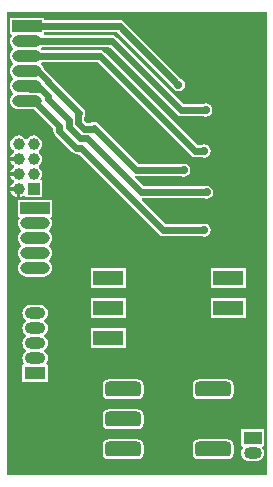
<source format=gtl>
G04 Layer_Physical_Order=1*
G04 Layer_Color=255*
%FSLAX25Y25*%
%MOIN*%
G70*
G01*
G75*
%ADD10C,0.02362*%
%ADD11R,0.09843X0.03937*%
%ADD12O,0.09843X0.03937*%
%ADD13R,0.10000X0.05000*%
G04:AMPARAMS|DCode=14|XSize=120mil|YSize=50mil|CornerRadius=12.5mil|HoleSize=0mil|Usage=FLASHONLY|Rotation=180.000|XOffset=0mil|YOffset=0mil|HoleType=Round|Shape=RoundedRectangle|*
%AMROUNDEDRECTD14*
21,1,0.12000,0.02500,0,0,180.0*
21,1,0.09500,0.05000,0,0,180.0*
1,1,0.02500,-0.04750,0.01250*
1,1,0.02500,0.04750,0.01250*
1,1,0.02500,0.04750,-0.01250*
1,1,0.02500,-0.04750,-0.01250*
%
%ADD14ROUNDEDRECTD14*%
%ADD15R,0.06000X0.03937*%
%ADD16O,0.06000X0.04000*%
%ADD17O,0.09843X0.03937*%
%ADD18R,0.09843X0.03937*%
%ADD19O,0.06890X0.03937*%
%ADD20R,0.06890X0.03937*%
%ADD21R,0.03937X0.03937*%
%ADD22C,0.03937*%
%ADD23C,0.02756*%
%ADD24C,0.05000*%
G36*
X249806Y89330D02*
X249452Y88976D01*
X162992D01*
X162992Y88977D01*
Y243504D01*
X249806D01*
Y89330D01*
D02*
G37*
%LPC*%
G36*
X206601Y120967D02*
X197101D01*
X196306Y120809D01*
X195632Y120359D01*
X195182Y119685D01*
X195024Y118890D01*
Y116390D01*
X195182Y115595D01*
X195632Y114921D01*
X196306Y114471D01*
X197101Y114313D01*
X206601D01*
X207396Y114471D01*
X208070Y114921D01*
X208520Y115595D01*
X208678Y116390D01*
Y118890D01*
X208520Y119685D01*
X208070Y120359D01*
X207396Y120809D01*
X206601Y120967D01*
D02*
G37*
G36*
X236601D02*
X227101D01*
X226306Y120809D01*
X225632Y120359D01*
X225182Y119685D01*
X225024Y118890D01*
Y116390D01*
X225182Y115595D01*
X225632Y114921D01*
X226306Y114471D01*
X227101Y114313D01*
X236601D01*
X237396Y114471D01*
X238070Y114921D01*
X238520Y115595D01*
X238678Y116390D01*
Y118890D01*
X238520Y119685D01*
X238070Y120359D01*
X237396Y120809D01*
X236601Y120967D01*
D02*
G37*
G36*
X173969Y145803D02*
X171016D01*
X170296Y145709D01*
X169626Y145431D01*
X169050Y144989D01*
X168608Y144413D01*
X168331Y143743D01*
X168236Y143024D01*
X168331Y142304D01*
X168608Y141634D01*
X169050Y141058D01*
X169343Y140833D01*
Y140214D01*
X169050Y139989D01*
X168608Y139413D01*
X168331Y138743D01*
X168236Y138024D01*
X168331Y137304D01*
X168608Y136634D01*
X169050Y136058D01*
X169343Y135833D01*
Y135214D01*
X169050Y134989D01*
X168608Y134413D01*
X168331Y133743D01*
X168236Y133024D01*
X168331Y132304D01*
X168608Y131634D01*
X169050Y131058D01*
X169343Y130833D01*
Y130214D01*
X169050Y129989D01*
X168608Y129413D01*
X168331Y128743D01*
X168236Y128024D01*
X168331Y127304D01*
X168608Y126634D01*
X168880Y126279D01*
X168634Y125779D01*
X168260D01*
Y120268D01*
X176725D01*
Y125779D01*
X176351D01*
X176104Y126279D01*
X176376Y126634D01*
X176654Y127304D01*
X176748Y128024D01*
X176654Y128743D01*
X176376Y129413D01*
X175934Y129989D01*
X175641Y130214D01*
Y130833D01*
X175934Y131058D01*
X176376Y131634D01*
X176654Y132304D01*
X176748Y133024D01*
X176654Y133743D01*
X176376Y134413D01*
X175934Y134989D01*
X175641Y135214D01*
Y135833D01*
X175934Y136058D01*
X176376Y136634D01*
X176654Y137304D01*
X176748Y138024D01*
X176654Y138743D01*
X176376Y139413D01*
X175934Y139989D01*
X175641Y140214D01*
Y140833D01*
X175934Y141058D01*
X176376Y141634D01*
X176654Y142304D01*
X176748Y143024D01*
X176654Y143743D01*
X176376Y144413D01*
X175934Y144989D01*
X175358Y145431D01*
X174688Y145709D01*
X173969Y145803D01*
D02*
G37*
G36*
X206601Y110967D02*
X197101D01*
X196306Y110809D01*
X195632Y110359D01*
X195182Y109685D01*
X195024Y108890D01*
Y106390D01*
X195182Y105595D01*
X195632Y104921D01*
X196306Y104471D01*
X197101Y104313D01*
X206601D01*
X207396Y104471D01*
X208070Y104921D01*
X208520Y105595D01*
X208678Y106390D01*
Y108890D01*
X208520Y109685D01*
X208070Y110359D01*
X207396Y110809D01*
X206601Y110967D01*
D02*
G37*
G36*
X248780Y104279D02*
X241205D01*
Y98768D01*
X241570D01*
X241817Y98268D01*
X241557Y97929D01*
X241277Y97251D01*
X241181Y96524D01*
X241277Y95796D01*
X241557Y95118D01*
X242004Y94536D01*
X242586Y94089D01*
X243265Y93808D01*
X243992Y93712D01*
X245992D01*
X246720Y93808D01*
X247398Y94089D01*
X247980Y94536D01*
X248427Y95118D01*
X248708Y95796D01*
X248804Y96524D01*
X248708Y97251D01*
X248427Y97929D01*
X248167Y98268D01*
X248414Y98768D01*
X248780D01*
Y104279D01*
D02*
G37*
G36*
X206601Y100967D02*
X197101D01*
X196306Y100809D01*
X195632Y100359D01*
X195182Y99685D01*
X195024Y98890D01*
Y96390D01*
X195182Y95595D01*
X195632Y94921D01*
X196306Y94471D01*
X197101Y94313D01*
X206601D01*
X207396Y94471D01*
X208070Y94921D01*
X208520Y95595D01*
X208678Y96390D01*
Y98890D01*
X208520Y99685D01*
X208070Y100359D01*
X207396Y100809D01*
X206601Y100967D01*
D02*
G37*
G36*
X236601D02*
X227101D01*
X226306Y100809D01*
X225632Y100359D01*
X225182Y99685D01*
X225024Y98890D01*
Y96390D01*
X225182Y95595D01*
X225632Y94921D01*
X226306Y94471D01*
X227101Y94313D01*
X236601D01*
X237396Y94471D01*
X238070Y94921D01*
X238520Y95595D01*
X238678Y96390D01*
Y98890D01*
X238520Y99685D01*
X238070Y100359D01*
X237396Y100809D01*
X236601Y100967D01*
D02*
G37*
G36*
X202746Y137966D02*
X191171D01*
Y131392D01*
X202746D01*
Y137966D01*
D02*
G37*
G36*
X166402Y183933D02*
X164290D01*
X164307Y183804D01*
X164585Y183134D01*
X165027Y182558D01*
X165602Y182116D01*
X166273Y181839D01*
X166402Y181822D01*
Y183933D01*
D02*
G37*
G36*
X178201Y180780D02*
X166783D01*
Y175268D01*
X167157D01*
X167404Y174768D01*
X167132Y174413D01*
X166855Y173743D01*
X166760Y173024D01*
X166855Y172304D01*
X167132Y171634D01*
X167574Y171058D01*
X167867Y170833D01*
Y170214D01*
X167574Y169989D01*
X167132Y169413D01*
X166855Y168743D01*
X166760Y168024D01*
X166855Y167304D01*
X167132Y166634D01*
X167574Y166058D01*
X167867Y165833D01*
Y165214D01*
X167574Y164989D01*
X167132Y164413D01*
X166855Y163743D01*
X166760Y163024D01*
X166855Y162304D01*
X167132Y161634D01*
X167574Y161058D01*
X167867Y160833D01*
Y160214D01*
X167574Y159989D01*
X167132Y159413D01*
X166855Y158743D01*
X166760Y158024D01*
X166855Y157304D01*
X167132Y156634D01*
X167574Y156058D01*
X168150Y155616D01*
X168820Y155339D01*
X169539Y155244D01*
X175445D01*
X176164Y155339D01*
X176835Y155616D01*
X177410Y156058D01*
X177852Y156634D01*
X178130Y157304D01*
X178225Y158024D01*
X178130Y158743D01*
X177852Y159413D01*
X177410Y159989D01*
X177118Y160214D01*
Y160833D01*
X177410Y161058D01*
X177852Y161634D01*
X178130Y162304D01*
X178225Y163024D01*
X178130Y163743D01*
X177852Y164413D01*
X177410Y164989D01*
X177118Y165214D01*
Y165833D01*
X177410Y166058D01*
X177852Y166634D01*
X178130Y167304D01*
X178225Y168024D01*
X178130Y168743D01*
X177852Y169413D01*
X177410Y169989D01*
X177118Y170214D01*
Y170833D01*
X177410Y171058D01*
X177852Y171634D01*
X178130Y172304D01*
X178225Y173024D01*
X178130Y173743D01*
X177852Y174413D01*
X177580Y174768D01*
X177827Y175268D01*
X178201D01*
Y180780D01*
D02*
G37*
G36*
X175517Y241553D02*
X164100D01*
Y236041D01*
X164474D01*
X164720Y235542D01*
X164449Y235187D01*
X164171Y234517D01*
X164076Y233797D01*
X164171Y233078D01*
X164449Y232408D01*
X164890Y231832D01*
X165183Y231607D01*
Y230988D01*
X164890Y230763D01*
X164449Y230187D01*
X164171Y229517D01*
X164076Y228797D01*
X164171Y228078D01*
X164449Y227408D01*
X164890Y226832D01*
X165183Y226607D01*
Y225988D01*
X164890Y225763D01*
X164449Y225187D01*
X164171Y224517D01*
X164076Y223797D01*
X164171Y223078D01*
X164449Y222408D01*
X164890Y221832D01*
X165183Y221607D01*
Y220988D01*
X164890Y220763D01*
X164449Y220187D01*
X164171Y219517D01*
X164076Y218797D01*
X164171Y218078D01*
X164449Y217408D01*
X164890Y216832D01*
X165183Y216607D01*
Y215988D01*
X164890Y215763D01*
X164449Y215187D01*
X164171Y214517D01*
X164076Y213797D01*
X164171Y213078D01*
X164449Y212408D01*
X164890Y211832D01*
X165466Y211390D01*
X166137Y211112D01*
X166856Y211018D01*
X172168D01*
X178591Y204595D01*
Y203912D01*
X178743Y203144D01*
X179179Y202493D01*
X184829Y196843D01*
X185480Y196407D01*
X186248Y196255D01*
X186931D01*
X213878Y169308D01*
X214529Y168873D01*
X215297Y168720D01*
X228040D01*
X228089Y168688D01*
X228934Y168520D01*
X229778Y168688D01*
X230495Y169166D01*
X230973Y169883D01*
X231141Y170727D01*
X230973Y171572D01*
X230495Y172289D01*
X229778Y172767D01*
X228934Y172935D01*
X228089Y172767D01*
X228040Y172734D01*
X216128D01*
X208037Y180826D01*
X208244Y181326D01*
X228815D01*
X228864Y181293D01*
X229709Y181125D01*
X230554Y181293D01*
X231270Y181772D01*
X231749Y182488D01*
X231917Y183333D01*
X231749Y184178D01*
X231270Y184894D01*
X230554Y185373D01*
X229709Y185541D01*
X228864Y185373D01*
X228815Y185340D01*
X208676D01*
X205707Y188308D01*
X205954Y188769D01*
X206175Y188725D01*
X221188D01*
X221236Y188692D01*
X222081Y188524D01*
X222926Y188692D01*
X223642Y189171D01*
X224121Y189887D01*
X224289Y190732D01*
X224121Y191577D01*
X223642Y192293D01*
X222926Y192772D01*
X222081Y192940D01*
X221236Y192772D01*
X221188Y192739D01*
X207007D01*
X193407Y206339D01*
X193407Y206339D01*
X192756Y206774D01*
X191988Y206926D01*
X191220Y206774D01*
X190912Y206568D01*
X189689D01*
X188904Y207352D01*
Y208576D01*
X189110Y208884D01*
X189262Y209652D01*
X189110Y210420D01*
X188675Y211071D01*
X188675Y211071D01*
X178554Y221192D01*
X178553Y221196D01*
X178118Y221847D01*
X175445Y224520D01*
X175169Y225187D01*
X174727Y225763D01*
X174515Y225926D01*
X174497Y226449D01*
X174858Y226790D01*
X193325D01*
X224436Y195679D01*
X225087Y195244D01*
X225855Y195092D01*
X227993D01*
X228042Y195059D01*
X228887Y194891D01*
X229732Y195059D01*
X230448Y195537D01*
X230927Y196254D01*
X231095Y197099D01*
X230927Y197943D01*
X230448Y198660D01*
X229732Y199138D01*
X228887Y199306D01*
X228042Y199138D01*
X227993Y199106D01*
X226687D01*
X195576Y230217D01*
X194925Y230652D01*
X194157Y230804D01*
X174673D01*
X174515Y230926D01*
X174497Y231449D01*
X174858Y231790D01*
X197315D01*
X219784Y209321D01*
X220435Y208886D01*
X221203Y208733D01*
X228537D01*
X228586Y208701D01*
X229431Y208533D01*
X230276Y208701D01*
X230992Y209179D01*
X231471Y209895D01*
X231639Y210740D01*
X231471Y211585D01*
X230992Y212301D01*
X230276Y212780D01*
X229431Y212948D01*
X228586Y212780D01*
X228537Y212748D01*
X222035D01*
X199565Y235217D01*
X198914Y235652D01*
X198146Y235805D01*
X175919D01*
X175517Y236041D01*
Y236790D01*
X199843D01*
X218243Y218391D01*
X218254Y218333D01*
X218733Y217617D01*
X219449Y217138D01*
X220294Y216970D01*
X221139Y217138D01*
X221855Y217617D01*
X222334Y218333D01*
X222502Y219178D01*
X222334Y220023D01*
X221855Y220739D01*
X221139Y221218D01*
X221081Y221229D01*
X202094Y240217D01*
X201442Y240652D01*
X200674Y240805D01*
X175517D01*
Y241553D01*
D02*
G37*
G36*
X171992Y202303D02*
X171273Y202209D01*
X170602Y201931D01*
X170027Y201489D01*
X169802Y201196D01*
X169182D01*
X168958Y201489D01*
X168382Y201931D01*
X167712Y202209D01*
X166992Y202303D01*
X166273Y202209D01*
X165602Y201931D01*
X165027Y201489D01*
X164585Y200913D01*
X164307Y200243D01*
X164213Y199524D01*
X164307Y198804D01*
X164585Y198134D01*
X165027Y197558D01*
X165320Y197333D01*
Y196714D01*
X165027Y196489D01*
X164585Y195913D01*
X164307Y195243D01*
X164290Y195114D01*
X166992D01*
Y193933D01*
X164290D01*
X164307Y193804D01*
X164585Y193134D01*
X165027Y192558D01*
X165320Y192333D01*
Y191714D01*
X165027Y191489D01*
X164585Y190913D01*
X164307Y190243D01*
X164290Y190114D01*
X166992D01*
Y188933D01*
X164290D01*
X164307Y188804D01*
X164585Y188134D01*
X165027Y187558D01*
X165320Y187333D01*
Y186714D01*
X165027Y186489D01*
X164585Y185913D01*
X164307Y185243D01*
X164290Y185114D01*
X166992D01*
Y184524D01*
X167583D01*
Y181822D01*
X167712Y181839D01*
X168382Y182116D01*
X168736Y182388D01*
X169236Y182142D01*
Y181768D01*
X174748D01*
Y187279D01*
X174374D01*
X174128Y187779D01*
X174399Y188134D01*
X174677Y188804D01*
X174772Y189524D01*
X174677Y190243D01*
X174399Y190913D01*
X173958Y191489D01*
X173665Y191714D01*
Y192333D01*
X173958Y192558D01*
X174399Y193134D01*
X174677Y193804D01*
X174772Y194524D01*
X174677Y195243D01*
X174399Y195913D01*
X173958Y196489D01*
X173665Y196714D01*
Y197333D01*
X173958Y197558D01*
X174399Y198134D01*
X174677Y198804D01*
X174772Y199524D01*
X174677Y200243D01*
X174399Y200913D01*
X173958Y201489D01*
X173382Y201931D01*
X172712Y202209D01*
X171992Y202303D01*
D02*
G37*
G36*
X242746Y147966D02*
X231171D01*
Y141392D01*
X242746D01*
Y147966D01*
D02*
G37*
G36*
X202746D02*
X191171D01*
Y141392D01*
X202746D01*
Y147966D01*
D02*
G37*
G36*
X242746Y157966D02*
X231171D01*
Y151392D01*
X242746D01*
Y157966D01*
D02*
G37*
G36*
X202746D02*
X191171D01*
Y151392D01*
X202746D01*
Y157966D01*
D02*
G37*
%LPD*%
D10*
X186897Y209294D02*
X187255Y209652D01*
Y209652D01*
X187763Y198262D02*
X215297Y170727D01*
X186248Y198262D02*
X187763D01*
X180598Y203912D02*
X186248Y198262D01*
X180598Y203912D02*
Y205427D01*
X172227Y213797D02*
X180598Y205427D01*
X189766Y201411D02*
X207844Y183333D01*
X187553Y201411D02*
X189766D01*
X183747Y205217D02*
X187553Y201411D01*
X183747Y205217D02*
Y207430D01*
X176699Y214479D02*
X183747Y207430D01*
X191988Y204919D02*
X206175Y190732D01*
X191988Y204919D02*
X191988D01*
X191630Y204561D02*
X191988Y204919D01*
X188857Y204561D02*
X191630D01*
X186897Y206521D02*
X188857Y204561D01*
X186897Y206521D02*
Y209294D01*
X176699Y220209D02*
X187255Y209652D01*
X169809Y223797D02*
X173329D01*
X176699Y220428D01*
Y220209D02*
Y220428D01*
X206175Y190732D02*
X222081D01*
X215297Y170727D02*
X228934D01*
X169809Y213797D02*
X172227D01*
X207844Y183333D02*
X229709D01*
X176699Y214479D02*
Y215428D01*
X174392Y217734D02*
X176699Y215428D01*
X170872Y217734D02*
X174392D01*
X169809Y218797D02*
X170872Y217734D01*
X225855Y197099D02*
X228887D01*
X194157Y228797D02*
X225855Y197099D01*
X169809Y228797D02*
X194157D01*
X221203Y210740D02*
X229431D01*
X198146Y233797D02*
X221203Y210740D01*
X169809Y233797D02*
X198146D01*
X200674Y238797D02*
X220294Y219178D01*
X169809Y238797D02*
X200674D01*
D11*
X169809D02*
D03*
D12*
Y233797D02*
D03*
Y228797D02*
D03*
Y218797D02*
D03*
Y223797D02*
D03*
Y213797D02*
D03*
D13*
X236958Y154679D02*
D03*
Y144679D02*
D03*
Y134679D02*
D03*
X196958Y154679D02*
D03*
Y144679D02*
D03*
Y134679D02*
D03*
D14*
X231851Y117640D02*
D03*
Y107640D02*
D03*
Y97640D02*
D03*
X201851D02*
D03*
Y107640D02*
D03*
Y117640D02*
D03*
D15*
X244992Y101524D02*
D03*
D16*
Y96524D02*
D03*
D17*
X172492Y153024D02*
D03*
Y163024D02*
D03*
Y158024D02*
D03*
Y168024D02*
D03*
Y173024D02*
D03*
Y148024D02*
D03*
D18*
Y178024D02*
D03*
D19*
Y138024D02*
D03*
Y143024D02*
D03*
Y133024D02*
D03*
Y128024D02*
D03*
D20*
Y123024D02*
D03*
D21*
X171992Y184524D02*
D03*
D22*
X166992D02*
D03*
X171992Y189524D02*
D03*
X166992D02*
D03*
X171992Y194524D02*
D03*
X166992D02*
D03*
X171992Y199524D02*
D03*
X166992D02*
D03*
D23*
X194033Y207944D02*
D03*
X181134Y223774D02*
D03*
X229709Y183333D02*
D03*
X222081Y190732D02*
D03*
X228934Y170727D02*
D03*
X228887Y197099D02*
D03*
X229431Y210740D02*
D03*
X220294Y219178D02*
D03*
X188949Y179110D02*
D03*
D24*
X186565Y191960D02*
D03*
M02*

</source>
